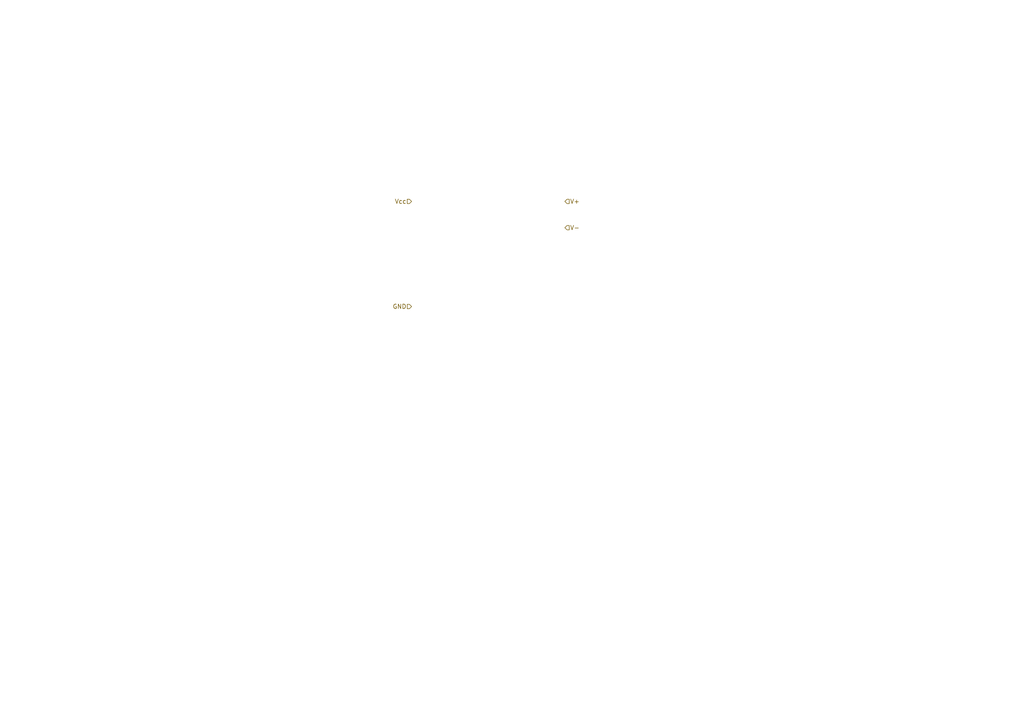
<source format=kicad_sch>
(kicad_sch (version 20210621) (generator eeschema)
  (paper "A4")
  (lib_symbols)
  (hierarchical_label "Vcc" (shape input) (at 119.38 58.42 180))
  (hierarchical_label "GND" (shape input) (at 119.38 88.9 180))
  (hierarchical_label "V+" (shape input) (at 163.83 58.42 0))
  (hierarchical_label "V-" (shape input) (at 163.83 66.04 0))
)
</source>
